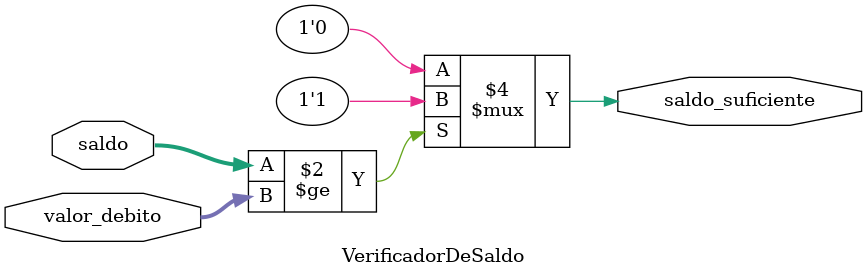
<source format=v>
`timescale 1ns / 1ps

module VerificadorDeSaldo(
    
    input [7:0] saldo,           
    input [3:0] valor_debito,    
    output reg saldo_suficiente  
);

    always @(*) begin
        if (saldo >= valor_debito)
            saldo_suficiente = 1; 
        else
            saldo_suficiente = 0; 
    end

endmodule


</source>
